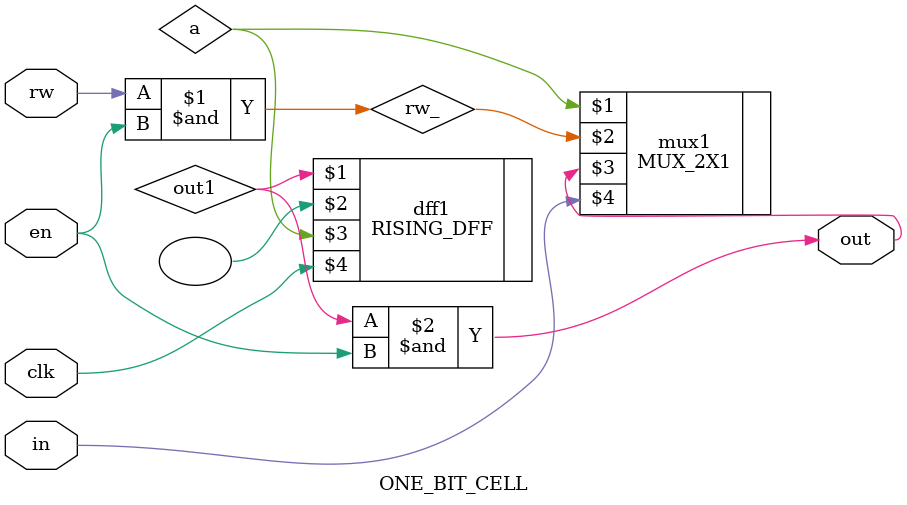
<source format=v>
module ONE_BIT_CELL(out,en,clk,in,rw);
input in,rw,clk,en;
output out;
wire a,rw_;
and(rw_,rw,en);
MUX_2X1 mux1(a,rw_,out,in);
RISING_DFF dff1(out1,,a,clk);
and(out,out1,en);
endmodule

</source>
